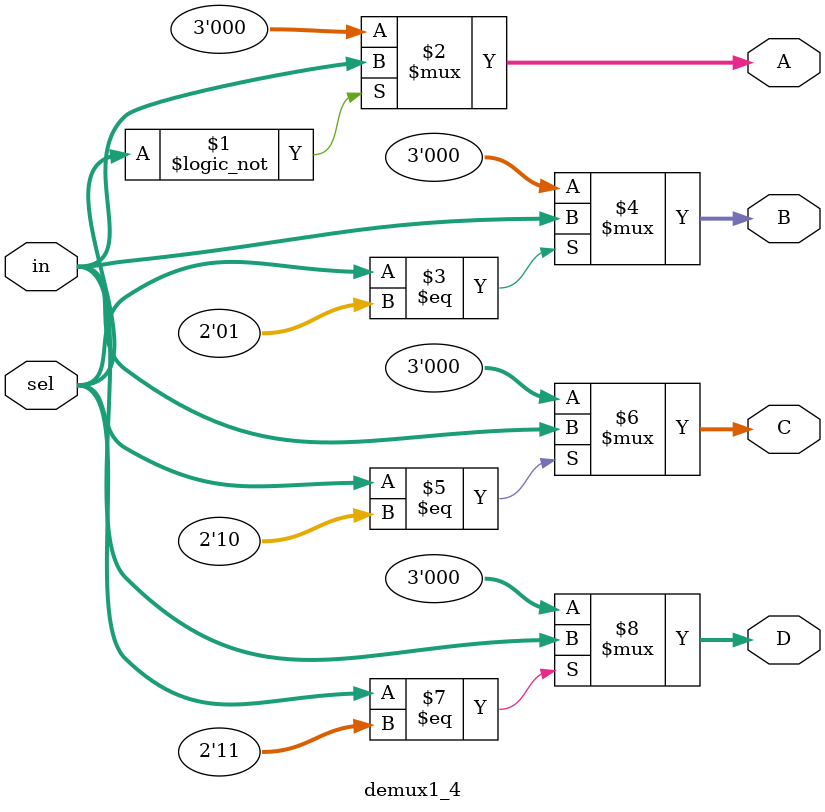
<source format=v>
module demux1_4 (
    input [2:0] in,
    input [1:0] sel,
    output [2:0] A,
    output [2:0] B,
    output [2:0] C,
    output [2:0] D
);

assign A = (sel == 2'b00) ? in : 3'b0;
assign B = (sel == 2'b01) ? in : 3'b0;
assign C = (sel == 2'b10) ? in : 3'b0;
assign D = (sel == 2'b11) ? in : 3'b0;

endmodule
</source>
